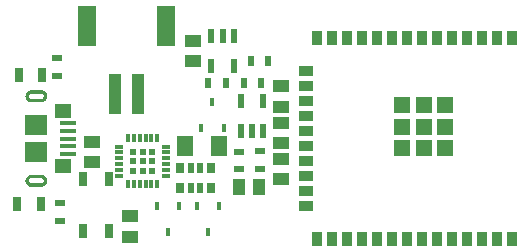
<source format=gtp>
G04*
G04 #@! TF.GenerationSoftware,Altium Limited,Altium Designer,20.2.6 (244)*
G04*
G04 Layer_Color=8421504*
%FSLAX25Y25*%
%MOIN*%
G70*
G04*
G04 #@! TF.SameCoordinates,35E5D78F-83E5-4AAB-BCDB-BF6E4E5D2065*
G04*
G04*
G04 #@! TF.FilePolarity,Positive*
G04*
G01*
G75*
%ADD20R,0.02362X0.02362*%
%ADD21R,0.02323X0.04764*%
%ADD22R,0.01575X0.02756*%
G04:AMPARAMS|DCode=23|XSize=27.56mil|YSize=11.02mil|CornerRadius=0.55mil|HoleSize=0mil|Usage=FLASHONLY|Rotation=0.000|XOffset=0mil|YOffset=0mil|HoleType=Round|Shape=RoundedRectangle|*
%AMROUNDEDRECTD23*
21,1,0.02756,0.00992,0,0,0.0*
21,1,0.02646,0.01102,0,0,0.0*
1,1,0.00110,0.01323,-0.00496*
1,1,0.00110,-0.01323,-0.00496*
1,1,0.00110,-0.01323,0.00496*
1,1,0.00110,0.01323,0.00496*
%
%ADD23ROUNDEDRECTD23*%
G04:AMPARAMS|DCode=24|XSize=27.56mil|YSize=11.02mil|CornerRadius=0.55mil|HoleSize=0mil|Usage=FLASHONLY|Rotation=90.000|XOffset=0mil|YOffset=0mil|HoleType=Round|Shape=RoundedRectangle|*
%AMROUNDEDRECTD24*
21,1,0.02756,0.00992,0,0,90.0*
21,1,0.02646,0.01102,0,0,90.0*
1,1,0.00110,0.00496,0.01323*
1,1,0.00110,0.00496,-0.01323*
1,1,0.00110,-0.00496,-0.01323*
1,1,0.00110,-0.00496,0.01323*
%
%ADD24ROUNDEDRECTD24*%
%ADD25R,0.03543X0.02362*%
%ADD26R,0.02362X0.03543*%
%ADD27R,0.02953X0.05118*%
%ADD28R,0.05276X0.07087*%
%ADD29R,0.05512X0.01575*%
%ADD30R,0.05709X0.04528*%
%ADD31R,0.07480X0.06890*%
%ADD32R,0.02559X0.05118*%
%ADD33R,0.05433X0.04331*%
%ADD34R,0.04331X0.05433*%
%ADD35R,0.05906X0.13386*%
%ADD36R,0.03937X0.13780*%
%ADD37R,0.03543X0.04724*%
%ADD38R,0.04724X0.03543*%
%ADD39R,0.05236X0.05236*%
G04:AMPARAMS|DCode=40|XSize=36.61mil|YSize=23.62mil|CornerRadius=2.36mil|HoleSize=0mil|Usage=FLASHONLY|Rotation=270.000|XOffset=0mil|YOffset=0mil|HoleType=Round|Shape=RoundedRectangle|*
%AMROUNDEDRECTD40*
21,1,0.03661,0.01890,0,0,270.0*
21,1,0.03189,0.02362,0,0,270.0*
1,1,0.00472,-0.00945,-0.01595*
1,1,0.00472,-0.00945,0.01595*
1,1,0.00472,0.00945,0.01595*
1,1,0.00472,0.00945,-0.01595*
%
%ADD40ROUNDEDRECTD40*%
G04:AMPARAMS|DCode=41|XSize=36.61mil|YSize=18.9mil|CornerRadius=1.89mil|HoleSize=0mil|Usage=FLASHONLY|Rotation=270.000|XOffset=0mil|YOffset=0mil|HoleType=Round|Shape=RoundedRectangle|*
%AMROUNDEDRECTD41*
21,1,0.03661,0.01512,0,0,270.0*
21,1,0.03284,0.01890,0,0,270.0*
1,1,0.00378,-0.00756,-0.01642*
1,1,0.00378,-0.00756,0.01642*
1,1,0.00378,0.00756,0.01642*
1,1,0.00378,0.00756,-0.01642*
%
%ADD41ROUNDEDRECTD41*%
G36*
X11422Y61142D02*
X14375D01*
X14483Y61139D01*
X14591Y61130D01*
X14698Y61116D01*
X14805Y61097D01*
X14910Y61071D01*
X15013Y61041D01*
X15115Y61004D01*
X15215Y60963D01*
X15313Y60916D01*
X15408Y60865D01*
X15500Y60808D01*
X15590Y60747D01*
X15676Y60681D01*
X15758Y60611D01*
X15836Y60536D01*
X15911Y60458D01*
X15981Y60376D01*
X16047Y60290D01*
X16108Y60201D01*
X16165Y60108D01*
X16217Y60013D01*
X16263Y59916D01*
X16304Y59816D01*
X16341Y59714D01*
X16371Y59610D01*
X16397Y59504D01*
X16416Y59398D01*
X16430Y59291D01*
X16439Y59183D01*
X16442Y59075D01*
X16442Y59074D01*
X16442Y59071D01*
X16435Y58971D01*
X16423Y58859D01*
X16404Y58748D01*
X16379Y58637D01*
X16349Y58529D01*
X16314Y58422D01*
X16272Y58316D01*
X16225Y58214D01*
X16173Y58113D01*
X16116Y58016D01*
X16053Y57922D01*
X15986Y57831D01*
X15914Y57744D01*
X15838Y57661D01*
X15757Y57582D01*
X15673Y57507D01*
X15585Y57437D01*
X15493Y57371D01*
X15397Y57310D01*
X15299Y57255D01*
X15198Y57204D01*
X15094Y57159D01*
X14989Y57120D01*
X14881Y57086D01*
X14772Y57057D01*
X14661Y57035D01*
X14549Y57018D01*
X14437Y57007D01*
X14324Y57002D01*
X14198Y57004D01*
X11225D01*
X11117Y57007D01*
X11009Y57015D01*
X10902Y57029D01*
X10796Y57049D01*
X10690Y57074D01*
X10587Y57105D01*
X10485Y57141D01*
X10385Y57183D01*
X10287Y57229D01*
X10192Y57281D01*
X10099Y57337D01*
X10010Y57399D01*
X9924Y57465D01*
X9842Y57535D01*
X9764Y57609D01*
X9689Y57688D01*
X9619Y57770D01*
X9553Y57856D01*
X9492Y57945D01*
X9435Y58037D01*
X9384Y58132D01*
X9337Y58230D01*
X9296Y58330D01*
X9259Y58432D01*
X9229Y58536D01*
X9203Y58641D01*
X9184Y58748D01*
X9170Y58855D01*
X9161Y58963D01*
X9158Y59071D01*
X9158Y59072D01*
X9158Y59075D01*
X9160Y59098D01*
X9165Y59170D01*
X9167Y59191D01*
X9168Y59203D01*
X9171Y59229D01*
X9177Y59282D01*
X9182Y59309D01*
X9183Y59316D01*
X9185Y59328D01*
X9196Y59394D01*
X9203Y59426D01*
X9203Y59427D01*
D01*
X9204Y59429D01*
X9221Y59504D01*
X9251Y59613D01*
X9286Y59720D01*
X9328Y59825D01*
X9375Y59928D01*
X9427Y60028D01*
X9484Y60125D01*
X9547Y60220D01*
X9614Y60311D01*
X9686Y60398D01*
X9762Y60481D01*
X9843Y60560D01*
X9927Y60635D01*
X9956Y60658D01*
X9960Y60661D01*
D01*
X9967Y60667D01*
X10016Y60705D01*
X10040Y60723D01*
X10050Y60730D01*
X10069Y60743D01*
X10107Y60771D01*
X10128Y60784D01*
X10143Y60794D01*
D01*
X10175Y60814D01*
X10203Y60831D01*
X10217Y60840D01*
X10240Y60854D01*
X10287Y60879D01*
X10301Y60887D01*
X10308Y60891D01*
X10340Y60908D01*
X10442Y60957D01*
X10547Y61000D01*
X10654Y61038D01*
X10763Y61070D01*
X10873Y61097D01*
X10984Y61117D01*
X11097Y61132D01*
X11210Y61141D01*
X11324Y61144D01*
X11422Y61142D01*
D02*
G37*
G36*
Y32992D02*
X14375D01*
X14483Y32989D01*
X14591Y32981D01*
X14698Y32967D01*
X14805Y32947D01*
X14910Y32922D01*
X15013Y32891D01*
X15115Y32855D01*
X15215Y32813D01*
X15313Y32767D01*
X15408Y32715D01*
X15500Y32659D01*
X15590Y32597D01*
X15676Y32531D01*
X15758Y32461D01*
X15836Y32387D01*
X15911Y32308D01*
X15981Y32226D01*
X16047Y32140D01*
X16108Y32051D01*
X16165Y31959D01*
X16217Y31864D01*
X16263Y31766D01*
X16304Y31666D01*
X16341Y31564D01*
X16371Y31460D01*
X16397Y31355D01*
X16416Y31249D01*
X16430Y31141D01*
X16439Y31033D01*
X16442Y30925D01*
X16442Y30924D01*
X16442Y30921D01*
X16435Y30822D01*
X16423Y30710D01*
X16404Y30598D01*
X16379Y30488D01*
X16349Y30379D01*
X16314Y30272D01*
X16272Y30167D01*
X16225Y30064D01*
X16173Y29964D01*
X16116Y29867D01*
X16053Y29772D01*
X15986Y29682D01*
X15914Y29594D01*
X15838Y29511D01*
X15757Y29432D01*
X15673Y29357D01*
X15585Y29287D01*
X15493Y29221D01*
X15397Y29161D01*
X15299Y29105D01*
X15198Y29055D01*
X15094Y29010D01*
X14989Y28970D01*
X14881Y28936D01*
X14772Y28908D01*
X14661Y28885D01*
X14549Y28869D01*
X14437Y28858D01*
X14324Y28853D01*
X14198Y28854D01*
X11225D01*
X11117Y28857D01*
X11009Y28866D01*
X10902Y28880D01*
X10796Y28899D01*
X10690Y28925D01*
X10587Y28956D01*
X10485Y28992D01*
X10385Y29033D01*
X10287Y29080D01*
X10192Y29131D01*
X10099Y29188D01*
X10010Y29249D01*
X9924Y29315D01*
X9842Y29385D01*
X9764Y29460D01*
X9689Y29538D01*
X9619Y29621D01*
X9553Y29706D01*
X9492Y29796D01*
X9435Y29888D01*
X9384Y29983D01*
X9337Y30081D01*
X9296Y30180D01*
X9259Y30283D01*
X9229Y30386D01*
X9203Y30492D01*
X9184Y30598D01*
X9170Y30705D01*
X9161Y30813D01*
X9158Y30921D01*
X9158Y30922D01*
X9158Y30925D01*
X9160Y30948D01*
X9165Y31021D01*
X9167Y31041D01*
X9168Y31053D01*
X9171Y31080D01*
X9177Y31133D01*
X9182Y31159D01*
X9183Y31166D01*
X9185Y31179D01*
X9196Y31244D01*
X9203Y31277D01*
X9203Y31277D01*
X9204Y31279D01*
X9221Y31355D01*
X9251Y31463D01*
X9286Y31571D01*
X9328Y31676D01*
X9375Y31778D01*
X9427Y31879D01*
X9484Y31976D01*
X9547Y32070D01*
X9614Y32161D01*
X9686Y32248D01*
X9762Y32331D01*
X9843Y32410D01*
X9927Y32485D01*
X9956Y32508D01*
X9960Y32511D01*
X9967Y32517D01*
X10016Y32556D01*
X10041Y32574D01*
X10050Y32580D01*
D01*
X10068Y32593D01*
X10107Y32621D01*
X10128Y32634D01*
X10143Y32645D01*
X10175Y32664D01*
X10203Y32682D01*
X10217Y32690D01*
X10240Y32704D01*
X10261Y32715D01*
X10286Y32729D01*
X10301Y32737D01*
X10308Y32741D01*
X10340Y32758D01*
X10442Y32807D01*
X10547Y32850D01*
X10654Y32888D01*
X10763Y32921D01*
X10873Y32947D01*
X10984Y32968D01*
X11097Y32983D01*
X11210Y32991D01*
X11324Y32994D01*
X11422Y32992D01*
D02*
G37*
%LPC*%
G36*
X14375Y59957D02*
X11225D01*
X11179Y59956D01*
X11133Y59952D01*
X11087Y59946D01*
X11041Y59937D01*
X10996Y59926D01*
X10951Y59913D01*
X10908Y59898D01*
X10865Y59880D01*
X10823Y59860D01*
X10782Y59838D01*
X10743Y59814D01*
X10705Y59787D01*
X10668Y59759D01*
X10633Y59729D01*
X10599Y59697D01*
X10567Y59664D01*
X10537Y59628D01*
X10509Y59592D01*
X10482Y59553D01*
X10458Y59514D01*
X10436Y59473D01*
X10416Y59431D01*
X10398Y59388D01*
X10383Y59345D01*
X10369Y59300D01*
X10359Y59255D01*
X10350Y59209D01*
X10344Y59163D01*
X10341Y59117D01*
X10339Y59073D01*
X10341Y59028D01*
X10344Y58982D01*
X10350Y58936D01*
X10359Y58891D01*
X10369Y58846D01*
X10383Y58801D01*
X10398Y58757D01*
X10416Y58714D01*
X10436Y58673D01*
X10458Y58632D01*
X10482Y58592D01*
X10509Y58554D01*
X10537Y58517D01*
X10567Y58482D01*
X10599Y58448D01*
X10633Y58416D01*
X10668Y58386D01*
X10705Y58358D01*
X10743Y58332D01*
X10782Y58308D01*
X10823Y58285D01*
X10865Y58266D01*
X10908Y58248D01*
X10951Y58232D01*
X10996Y58219D01*
X11041Y58208D01*
X11087Y58200D01*
X11133Y58194D01*
X11179Y58190D01*
X11225Y58189D01*
X14375D01*
X14421Y58190D01*
X14467Y58194D01*
X14513Y58200D01*
X14559Y58208D01*
X14604Y58219D01*
X14649Y58232D01*
X14692Y58248D01*
X14735Y58266D01*
X14777Y58285D01*
X14818Y58308D01*
X14857Y58332D01*
X14896Y58358D01*
X14932Y58386D01*
X14967Y58416D01*
X15001Y58448D01*
X15033Y58482D01*
X15063Y58517D01*
X15091Y58554D01*
X15118Y58592D01*
X15142Y58632D01*
X15164Y58673D01*
X15184Y58714D01*
X15202Y58757D01*
X15217Y58801D01*
X15230Y58846D01*
X15241Y58891D01*
X15250Y58936D01*
X15256Y58982D01*
X15259Y59028D01*
X15261Y59073D01*
X15259Y59117D01*
X15256Y59163D01*
X15250Y59209D01*
X15241Y59255D01*
X15230Y59300D01*
X15217Y59345D01*
X15202Y59388D01*
X15184Y59431D01*
X15164Y59473D01*
X15142Y59514D01*
X15118Y59553D01*
X15091Y59592D01*
X15063Y59628D01*
X15033Y59664D01*
X15001Y59697D01*
X14967Y59729D01*
X14932Y59759D01*
X14896Y59787D01*
X14857Y59814D01*
X14818Y59838D01*
X14777Y59860D01*
X14735Y59880D01*
X14692Y59898D01*
X14649Y59913D01*
X14604Y59926D01*
X14559Y59937D01*
X14513Y59946D01*
X14467Y59952D01*
X14421Y59956D01*
X14375Y59957D01*
D02*
G37*
G36*
Y31807D02*
X11225D01*
X11179Y31806D01*
X11133Y31802D01*
X11087Y31796D01*
X11041Y31788D01*
X10996Y31777D01*
X10951Y31764D01*
X10908Y31748D01*
X10865Y31730D01*
X10823Y31710D01*
X10782Y31688D01*
X10743Y31664D01*
X10705Y31638D01*
X10668Y31610D01*
X10633Y31580D01*
X10599Y31548D01*
X10567Y31514D01*
X10537Y31479D01*
X10509Y31442D01*
X10482Y31404D01*
X10458Y31364D01*
X10436Y31323D01*
X10416Y31282D01*
X10398Y31239D01*
X10383Y31195D01*
X10369Y31150D01*
X10359Y31105D01*
X10350Y31060D01*
X10344Y31014D01*
X10341Y30968D01*
X10339Y30923D01*
X10341Y30879D01*
D01*
X10344Y30833D01*
X10350Y30787D01*
X10359Y30741D01*
X10369Y30696D01*
X10383Y30652D01*
X10398Y30608D01*
X10416Y30565D01*
X10436Y30523D01*
X10458Y30482D01*
X10482Y30443D01*
X10509Y30404D01*
X10537Y30368D01*
X10567Y30332D01*
X10599Y30299D01*
X10633Y30267D01*
X10668Y30237D01*
X10705Y30209D01*
X10743Y30182D01*
X10782Y30158D01*
X10823Y30136D01*
X10865Y30116D01*
X10908Y30098D01*
X10951Y30083D01*
X10996Y30070D01*
X11041Y30059D01*
X11087Y30050D01*
X11133Y30044D01*
X11179Y30041D01*
X11225Y30039D01*
X14375D01*
X14421Y30041D01*
X14467Y30044D01*
X14513Y30050D01*
X14559Y30059D01*
X14604Y30070D01*
X14649Y30083D01*
X14692Y30098D01*
X14735Y30116D01*
X14777Y30136D01*
X14818Y30158D01*
X14857Y30182D01*
X14896Y30209D01*
X14932Y30237D01*
X14967Y30267D01*
X15001Y30299D01*
X15033Y30332D01*
X15063Y30368D01*
X15091Y30404D01*
X15118Y30443D01*
X15142Y30482D01*
X15164Y30523D01*
X15184Y30565D01*
X15202Y30608D01*
X15217Y30652D01*
X15230Y30696D01*
X15241Y30741D01*
X15250Y30787D01*
X15256Y30833D01*
X15259Y30879D01*
X15261Y30923D01*
X15259Y30968D01*
X15256Y31014D01*
X15250Y31060D01*
X15241Y31105D01*
X15230Y31150D01*
X15217Y31195D01*
X15202Y31239D01*
X15184Y31282D01*
X15164Y31323D01*
X15142Y31364D01*
X15118Y31404D01*
X15091Y31442D01*
X15063Y31479D01*
X15033Y31514D01*
X15001Y31548D01*
X14967Y31580D01*
X14932Y31610D01*
X14896Y31638D01*
X14857Y31664D01*
X14818Y31688D01*
X14777Y31710D01*
X14735Y31730D01*
X14692Y31748D01*
X14649Y31764D01*
X14604Y31777D01*
X14559Y31788D01*
X14513Y31796D01*
X14467Y31802D01*
X14421Y31806D01*
X14375Y31807D01*
D02*
G37*
%LPD*%
D20*
X48200Y37400D02*
D03*
Y34250D02*
D03*
Y40550D02*
D03*
X51350Y37400D02*
D03*
Y34250D02*
D03*
Y40550D02*
D03*
X45050Y37400D02*
D03*
Y34250D02*
D03*
Y40550D02*
D03*
D21*
X81020Y47500D02*
D03*
X84760D02*
D03*
X88500D02*
D03*
Y57382D02*
D03*
X81020D02*
D03*
X78640Y69159D02*
D03*
X71160D02*
D03*
Y79041D02*
D03*
X74900D02*
D03*
X78640D02*
D03*
D22*
X67720Y48410D02*
D03*
X71460Y57072D02*
D03*
X75200Y48410D02*
D03*
X66260Y22531D02*
D03*
X70000Y13869D02*
D03*
X73740Y22531D02*
D03*
X60440D02*
D03*
X56700Y13869D02*
D03*
X52960Y22531D02*
D03*
D23*
X55897Y38384D02*
D03*
Y40353D02*
D03*
Y42321D02*
D03*
Y32479D02*
D03*
Y34447D02*
D03*
Y36416D02*
D03*
X40503Y42321D02*
D03*
Y40353D02*
D03*
Y38384D02*
D03*
Y36416D02*
D03*
Y34447D02*
D03*
Y32479D02*
D03*
D24*
X53121Y45097D02*
D03*
X51153D02*
D03*
X49184D02*
D03*
Y29703D02*
D03*
X51153D02*
D03*
X53121D02*
D03*
X47216Y45097D02*
D03*
X45247D02*
D03*
X43279D02*
D03*
Y29703D02*
D03*
X45247D02*
D03*
X47216D02*
D03*
D25*
X20600Y17647D02*
D03*
Y23553D02*
D03*
X19600Y65847D02*
D03*
Y71753D02*
D03*
X87300Y40753D02*
D03*
Y34847D02*
D03*
X80200Y40653D02*
D03*
Y34747D02*
D03*
D26*
X84247Y70800D02*
D03*
X90153D02*
D03*
X81847Y63600D02*
D03*
X87753D02*
D03*
X70047D02*
D03*
X75953D02*
D03*
D27*
X14237Y23100D02*
D03*
X6363D02*
D03*
X14737Y66300D02*
D03*
X6863D02*
D03*
D28*
X62370Y42600D02*
D03*
X73630D02*
D03*
D29*
X23233Y50118D02*
D03*
Y47559D02*
D03*
Y45000D02*
D03*
Y42402D02*
D03*
Y39882D02*
D03*
D30*
X21579Y54134D02*
D03*
Y35866D02*
D03*
D31*
X12800Y49429D02*
D03*
Y40571D02*
D03*
D32*
X28500Y31600D02*
D03*
Y14277D02*
D03*
X36965D02*
D03*
Y31600D02*
D03*
D33*
X65000Y77598D02*
D03*
Y70802D02*
D03*
X31500Y43998D02*
D03*
Y37202D02*
D03*
X94400Y38198D02*
D03*
Y31402D02*
D03*
Y55602D02*
D03*
Y62398D02*
D03*
Y50298D02*
D03*
Y43502D02*
D03*
X44000Y12302D02*
D03*
Y19098D02*
D03*
D34*
X87098Y28700D02*
D03*
X80302D02*
D03*
D35*
X56000Y82500D02*
D03*
X29622D02*
D03*
D36*
X46748Y59862D02*
D03*
X38874D02*
D03*
D37*
X171468Y78465D02*
D03*
X166469D02*
D03*
X161469D02*
D03*
X156468D02*
D03*
X151469D02*
D03*
X146468D02*
D03*
X141469D02*
D03*
X136469D02*
D03*
X131468D02*
D03*
X126469D02*
D03*
X121468D02*
D03*
X116469D02*
D03*
X111469D02*
D03*
X106468D02*
D03*
Y11535D02*
D03*
X111469D02*
D03*
X116469D02*
D03*
X121468D02*
D03*
X126469D02*
D03*
X131468D02*
D03*
X136469D02*
D03*
X141469D02*
D03*
X146468D02*
D03*
X151469D02*
D03*
X156468D02*
D03*
X161469D02*
D03*
X166469D02*
D03*
X171468D02*
D03*
D38*
X102532Y67500D02*
D03*
Y62500D02*
D03*
Y57500D02*
D03*
Y52500D02*
D03*
Y47500D02*
D03*
Y42500D02*
D03*
Y37500D02*
D03*
Y32500D02*
D03*
Y27500D02*
D03*
Y22500D02*
D03*
D39*
X149165Y56161D02*
D03*
Y48937D02*
D03*
Y41713D02*
D03*
X141941Y56161D02*
D03*
Y48937D02*
D03*
Y41713D02*
D03*
X134716Y56161D02*
D03*
Y48937D02*
D03*
Y41713D02*
D03*
D40*
X70918Y35325D02*
D03*
X60682D02*
D03*
Y28475D02*
D03*
X70918D02*
D03*
D41*
X67375Y35325D02*
D03*
X64225D02*
D03*
Y28475D02*
D03*
X67375D02*
D03*
M02*

</source>
